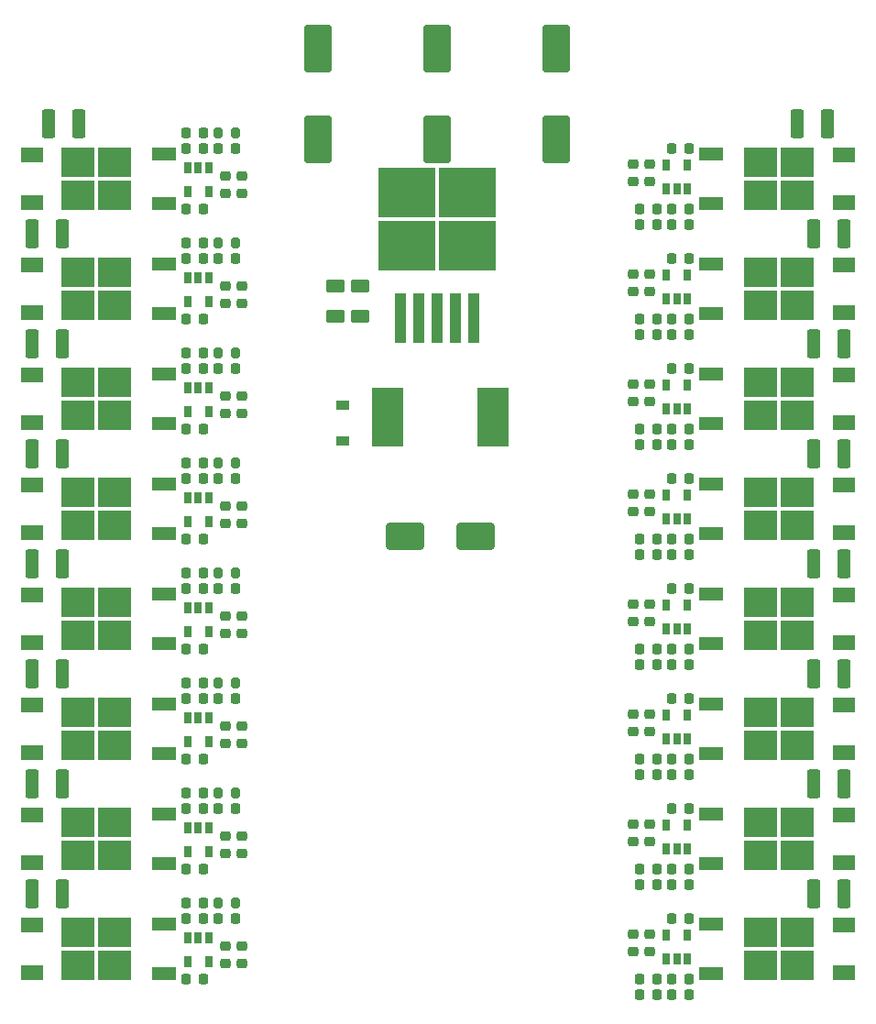
<source format=gbr>
G04 #@! TF.GenerationSoftware,KiCad,Pcbnew,7.0.1*
G04 #@! TF.CreationDate,2023-06-29T16:02:41+02:00*
G04 #@! TF.ProjectId,Magnetsteuerung_v2.1,4d61676e-6574-4737-9465-756572756e67,rev?*
G04 #@! TF.SameCoordinates,Original*
G04 #@! TF.FileFunction,Paste,Top*
G04 #@! TF.FilePolarity,Positive*
%FSLAX46Y46*%
G04 Gerber Fmt 4.6, Leading zero omitted, Abs format (unit mm)*
G04 Created by KiCad (PCBNEW 7.0.1) date 2023-06-29 16:02:41*
%MOMM*%
%LPD*%
G01*
G04 APERTURE LIST*
G04 Aperture macros list*
%AMRoundRect*
0 Rectangle with rounded corners*
0 $1 Rounding radius*
0 $2 $3 $4 $5 $6 $7 $8 $9 X,Y pos of 4 corners*
0 Add a 4 corners polygon primitive as box body*
4,1,4,$2,$3,$4,$5,$6,$7,$8,$9,$2,$3,0*
0 Add four circle primitives for the rounded corners*
1,1,$1+$1,$2,$3*
1,1,$1+$1,$4,$5*
1,1,$1+$1,$6,$7*
1,1,$1+$1,$8,$9*
0 Add four rect primitives between the rounded corners*
20,1,$1+$1,$2,$3,$4,$5,0*
20,1,$1+$1,$4,$5,$6,$7,0*
20,1,$1+$1,$6,$7,$8,$9,0*
20,1,$1+$1,$8,$9,$2,$3,0*%
G04 Aperture macros list end*
%ADD10RoundRect,0.250000X1.500000X1.000000X-1.500000X1.000000X-1.500000X-1.000000X1.500000X-1.000000X0*%
%ADD11RoundRect,0.218750X-0.218750X-0.256250X0.218750X-0.256250X0.218750X0.256250X-0.218750X0.256250X0*%
%ADD12R,3.050000X2.750000*%
%ADD13R,2.200000X1.200000*%
%ADD14RoundRect,0.218750X0.218750X0.256250X-0.218750X0.256250X-0.218750X-0.256250X0.218750X-0.256250X0*%
%ADD15R,2.100000X1.400000*%
%ADD16RoundRect,0.250000X-1.000000X1.950000X-1.000000X-1.950000X1.000000X-1.950000X1.000000X1.950000X0*%
%ADD17R,1.200000X0.900000*%
%ADD18RoundRect,0.250000X0.625000X-0.375000X0.625000X0.375000X-0.625000X0.375000X-0.625000X-0.375000X0*%
%ADD19R,2.900000X5.400000*%
%ADD20R,5.250000X4.550000*%
%ADD21R,1.100000X4.600000*%
%ADD22R,0.650000X1.060000*%
%ADD23RoundRect,0.218750X0.256250X-0.218750X0.256250X0.218750X-0.256250X0.218750X-0.256250X-0.218750X0*%
%ADD24RoundRect,0.218750X-0.256250X0.218750X-0.256250X-0.218750X0.256250X-0.218750X0.256250X0.218750X0*%
%ADD25RoundRect,0.200000X-0.200000X-0.275000X0.200000X-0.275000X0.200000X0.275000X-0.200000X0.275000X0*%
%ADD26RoundRect,0.250000X-0.375000X-1.075000X0.375000X-1.075000X0.375000X1.075000X-0.375000X1.075000X0*%
%ADD27RoundRect,0.250000X0.375000X1.075000X-0.375000X1.075000X-0.375000X-1.075000X0.375000X-1.075000X0*%
G04 APERTURE END LIST*
D10*
X138450000Y-78500000D03*
X131950000Y-78500000D03*
D11*
X111742500Y-81850000D03*
X113317500Y-81850000D03*
X111742500Y-51370000D03*
X113317500Y-51370000D03*
X111742500Y-71690000D03*
X113317500Y-71690000D03*
X111742500Y-41210000D03*
X113317500Y-41210000D03*
X111742500Y-92010000D03*
X113317500Y-92010000D03*
X111742500Y-61530000D03*
X113317500Y-61530000D03*
D12*
X105075000Y-87605000D03*
X105075000Y-84555000D03*
X101725000Y-87605000D03*
X101725000Y-84555000D03*
D13*
X109700000Y-88360000D03*
X109700000Y-83800000D03*
D12*
X105075000Y-57125000D03*
X105075000Y-54075000D03*
X101725000Y-57125000D03*
X101725000Y-54075000D03*
D13*
X109700000Y-57880000D03*
X109700000Y-53320000D03*
D12*
X105075000Y-107925000D03*
X105075000Y-104875000D03*
X101725000Y-107925000D03*
X101725000Y-104875000D03*
D13*
X109700000Y-108680000D03*
X109700000Y-104120000D03*
D12*
X105075000Y-77445000D03*
X105075000Y-74395000D03*
X101725000Y-77445000D03*
X101725000Y-74395000D03*
D13*
X109700000Y-78200000D03*
X109700000Y-73640000D03*
D12*
X105075000Y-46965000D03*
X105075000Y-43915000D03*
X101725000Y-46965000D03*
X101725000Y-43915000D03*
D13*
X109700000Y-47720000D03*
X109700000Y-43160000D03*
D12*
X105075000Y-97765000D03*
X105075000Y-94715000D03*
X101725000Y-97765000D03*
X101725000Y-94715000D03*
D13*
X109700000Y-98520000D03*
X109700000Y-93960000D03*
D12*
X105075000Y-67285000D03*
X105075000Y-64235000D03*
X101725000Y-67285000D03*
X101725000Y-64235000D03*
D13*
X109700000Y-68040000D03*
X109700000Y-63480000D03*
D11*
X114702500Y-83310000D03*
X116277500Y-83310000D03*
X111742500Y-83310000D03*
X113317500Y-83310000D03*
X114702500Y-52830000D03*
X116277500Y-52830000D03*
X111742500Y-52830000D03*
X113317500Y-52830000D03*
D14*
X113317500Y-88850000D03*
X111742500Y-88850000D03*
X113317500Y-58370000D03*
X111742500Y-58370000D03*
D11*
X114702500Y-103630000D03*
X116277500Y-103630000D03*
X111742500Y-103630000D03*
X113317500Y-103630000D03*
X114702500Y-73150000D03*
X116277500Y-73150000D03*
X111742500Y-73150000D03*
X113317500Y-73150000D03*
X114702500Y-42670000D03*
X116277500Y-42670000D03*
X111742500Y-42670000D03*
X113317500Y-42670000D03*
D14*
X113317500Y-109170000D03*
X111742500Y-109170000D03*
X113317500Y-78690000D03*
X111742500Y-78690000D03*
D11*
X114702500Y-93470000D03*
X116277500Y-93470000D03*
X111742500Y-93470000D03*
X113317500Y-93470000D03*
X114702500Y-62990000D03*
X116277500Y-62990000D03*
X111742500Y-62990000D03*
X113317500Y-62990000D03*
D14*
X113317500Y-99010000D03*
X111742500Y-99010000D03*
X113317500Y-68530000D03*
X111742500Y-68530000D03*
D15*
X97500000Y-104200000D03*
X97500000Y-108600000D03*
D16*
X134900000Y-33400000D03*
X134900000Y-41800000D03*
D17*
X126200000Y-66350000D03*
X126200000Y-69650000D03*
D18*
X127830000Y-58160000D03*
X127830000Y-55360000D03*
D19*
X130350000Y-67500000D03*
X140050000Y-67500000D03*
D15*
X97500000Y-83880000D03*
X97500000Y-88280000D03*
X97500000Y-53400000D03*
X97500000Y-57800000D03*
X97500000Y-73720000D03*
X97500000Y-78120000D03*
X97500000Y-94040000D03*
X97500000Y-98440000D03*
X97500000Y-63560000D03*
X97500000Y-67960000D03*
X172500000Y-43240000D03*
X172500000Y-47640000D03*
D14*
X158157500Y-120790000D03*
X156582500Y-120790000D03*
D12*
X164825000Y-115035000D03*
X164825000Y-118085000D03*
X168175000Y-115035000D03*
X168175000Y-118085000D03*
D13*
X160200000Y-114280000D03*
X160200000Y-118840000D03*
D14*
X155197500Y-119330000D03*
X153622500Y-119330000D03*
X158157500Y-119330000D03*
X156582500Y-119330000D03*
D11*
X156582500Y-113790000D03*
X158157500Y-113790000D03*
D15*
X172500000Y-73720000D03*
X172500000Y-78120000D03*
X172500000Y-104200000D03*
X172500000Y-108600000D03*
X172500000Y-83880000D03*
X172500000Y-88280000D03*
X172500000Y-114360000D03*
X172500000Y-118760000D03*
X172500000Y-94040000D03*
X172500000Y-98440000D03*
X172500000Y-53400000D03*
X172500000Y-57800000D03*
X172500000Y-63560000D03*
X172500000Y-67960000D03*
D20*
X132125000Y-51593400D03*
X137675000Y-51593400D03*
X132125000Y-46743400D03*
X137675000Y-46743400D03*
D21*
X131500000Y-58318400D03*
X133200000Y-58318400D03*
X134900000Y-58318400D03*
X136600000Y-58318400D03*
X138300000Y-58318400D03*
D22*
X113800000Y-115600000D03*
X112850000Y-115600000D03*
X111900000Y-115600000D03*
X111900000Y-117800000D03*
X113800000Y-117800000D03*
X113800000Y-85120000D03*
X112850000Y-85120000D03*
X111900000Y-85120000D03*
X111900000Y-87320000D03*
X113800000Y-87320000D03*
X113800000Y-54640000D03*
X112850000Y-54640000D03*
X111900000Y-54640000D03*
X111900000Y-56840000D03*
X113800000Y-56840000D03*
X113800000Y-74960000D03*
X112850000Y-74960000D03*
X111900000Y-74960000D03*
X111900000Y-77160000D03*
X113800000Y-77160000D03*
X113800000Y-105440000D03*
X112850000Y-105440000D03*
X111900000Y-105440000D03*
X111900000Y-107640000D03*
X113800000Y-107640000D03*
X113800000Y-44480000D03*
X112850000Y-44480000D03*
X111900000Y-44480000D03*
X111900000Y-46680000D03*
X113800000Y-46680000D03*
X113800000Y-95280000D03*
X112850000Y-95280000D03*
X111900000Y-95280000D03*
X111900000Y-97480000D03*
X113800000Y-97480000D03*
X156100000Y-117520000D03*
X157050000Y-117520000D03*
X158000000Y-117520000D03*
X158000000Y-115320000D03*
X156100000Y-115320000D03*
X113800000Y-64800000D03*
X112850000Y-64800000D03*
X111900000Y-64800000D03*
X111900000Y-67000000D03*
X113800000Y-67000000D03*
D23*
X116840000Y-117907500D03*
X116840000Y-116332500D03*
X115380000Y-117907500D03*
X115380000Y-116332500D03*
X116840000Y-87427500D03*
X116840000Y-85852500D03*
X115380000Y-87427500D03*
X115380000Y-85852500D03*
X116840000Y-56947500D03*
X116840000Y-55372500D03*
X115380000Y-56947500D03*
X115380000Y-55372500D03*
X116840000Y-107747500D03*
X116840000Y-106172500D03*
X115380000Y-107747500D03*
X115380000Y-106172500D03*
X116840000Y-77267500D03*
X116840000Y-75692500D03*
X115380000Y-77267500D03*
X115380000Y-75692500D03*
X116840000Y-46787500D03*
X116840000Y-45212500D03*
X115380000Y-46787500D03*
X115380000Y-45212500D03*
X116840000Y-97587500D03*
X116840000Y-96012500D03*
X115380000Y-97587500D03*
X115380000Y-96012500D03*
X116840000Y-67107500D03*
X116840000Y-65532500D03*
X115380000Y-67107500D03*
X115380000Y-65532500D03*
D24*
X153060000Y-115212500D03*
X153060000Y-116787500D03*
X154520000Y-115212500D03*
X154520000Y-116787500D03*
D25*
X114665000Y-81850000D03*
X116315000Y-81850000D03*
X114665000Y-51370000D03*
X116315000Y-51370000D03*
X114665000Y-71690000D03*
X116315000Y-71690000D03*
X114665000Y-41210000D03*
X116315000Y-41210000D03*
X114665000Y-92010000D03*
X116315000Y-92010000D03*
X114665000Y-61530000D03*
X116315000Y-61530000D03*
D14*
X155197500Y-120790000D03*
X153622500Y-120790000D03*
D15*
X97500000Y-43240000D03*
X97500000Y-47640000D03*
D12*
X105075000Y-118085000D03*
X105075000Y-115035000D03*
X101725000Y-118085000D03*
X101725000Y-115035000D03*
D13*
X109700000Y-118840000D03*
X109700000Y-114280000D03*
D11*
X114702500Y-113790000D03*
X116277500Y-113790000D03*
X111742500Y-113790000D03*
X113317500Y-113790000D03*
D15*
X97500000Y-114360000D03*
X97500000Y-118760000D03*
D14*
X113317500Y-119330000D03*
X111742500Y-119330000D03*
D11*
X111742500Y-102170000D03*
X113317500Y-102170000D03*
D25*
X114665000Y-102170000D03*
X116315000Y-102170000D03*
D14*
X113317500Y-48210000D03*
X111742500Y-48210000D03*
D26*
X168200000Y-40360000D03*
X171000000Y-40360000D03*
X169700000Y-70840000D03*
X172500000Y-70840000D03*
X169700000Y-101320000D03*
X172500000Y-101320000D03*
X169700000Y-50520000D03*
X172500000Y-50520000D03*
X169700000Y-81000000D03*
X172500000Y-81000000D03*
X169700000Y-111480000D03*
X172500000Y-111480000D03*
X169700000Y-60680000D03*
X172500000Y-60680000D03*
X169700000Y-91160000D03*
X172500000Y-91160000D03*
D27*
X100300000Y-111480000D03*
X97500000Y-111480000D03*
X100300000Y-81000000D03*
X97500000Y-81000000D03*
X100300000Y-50520000D03*
X97500000Y-50520000D03*
X100300000Y-101320000D03*
X97500000Y-101320000D03*
X100300000Y-70840000D03*
X97500000Y-70840000D03*
X101800000Y-40360000D03*
X99000000Y-40360000D03*
X100300000Y-91160000D03*
X97500000Y-91160000D03*
X100300000Y-60680000D03*
X97500000Y-60680000D03*
D11*
X111742500Y-112330000D03*
X113317500Y-112330000D03*
D12*
X164825000Y-74395000D03*
X164825000Y-77445000D03*
X168175000Y-74395000D03*
X168175000Y-77445000D03*
D13*
X160200000Y-73640000D03*
X160200000Y-78200000D03*
D12*
X164825000Y-54075000D03*
X164825000Y-57125000D03*
X168175000Y-54075000D03*
X168175000Y-57125000D03*
D13*
X160200000Y-53320000D03*
X160200000Y-57880000D03*
D14*
X155197500Y-48210000D03*
X153622500Y-48210000D03*
D12*
X164825000Y-104875000D03*
X164825000Y-107925000D03*
X168175000Y-104875000D03*
X168175000Y-107925000D03*
D13*
X160200000Y-104120000D03*
X160200000Y-108680000D03*
D14*
X158157500Y-48210000D03*
X156582500Y-48210000D03*
X158157500Y-78690000D03*
X156582500Y-78690000D03*
X158157500Y-100470000D03*
X156582500Y-100470000D03*
D12*
X164825000Y-94715000D03*
X164825000Y-97765000D03*
X168175000Y-94715000D03*
X168175000Y-97765000D03*
D13*
X160200000Y-93960000D03*
X160200000Y-98520000D03*
D14*
X155197500Y-78690000D03*
X153622500Y-78690000D03*
D12*
X164825000Y-84555000D03*
X164825000Y-87605000D03*
X168175000Y-84555000D03*
X168175000Y-87605000D03*
D13*
X160200000Y-83800000D03*
X160200000Y-88360000D03*
D14*
X158157500Y-90310000D03*
X156582500Y-90310000D03*
X158157500Y-69990000D03*
X156582500Y-69990000D03*
D12*
X164825000Y-64235000D03*
X164825000Y-67285000D03*
X168175000Y-64235000D03*
X168175000Y-67285000D03*
D13*
X160200000Y-63480000D03*
X160200000Y-68040000D03*
D11*
X156582500Y-42670000D03*
X158157500Y-42670000D03*
D14*
X158157500Y-109170000D03*
X156582500Y-109170000D03*
X155197500Y-109170000D03*
X153622500Y-109170000D03*
D11*
X156582500Y-73150000D03*
X158157500Y-73150000D03*
X156582500Y-103630000D03*
X158157500Y-103630000D03*
D14*
X158157500Y-88850000D03*
X156582500Y-88850000D03*
X155197500Y-58370000D03*
X153622500Y-58370000D03*
X158157500Y-58370000D03*
X156582500Y-58370000D03*
X155197500Y-99010000D03*
X153622500Y-99010000D03*
X155197500Y-88850000D03*
X153622500Y-88850000D03*
D11*
X156582500Y-83310000D03*
X158157500Y-83310000D03*
X156582500Y-62990000D03*
X158157500Y-62990000D03*
X156582500Y-52830000D03*
X158157500Y-52830000D03*
X156582500Y-93470000D03*
X158157500Y-93470000D03*
D14*
X155197500Y-68530000D03*
X153622500Y-68530000D03*
X158157500Y-68530000D03*
X156582500Y-68530000D03*
X158157500Y-99010000D03*
X156582500Y-99010000D03*
D22*
X156100000Y-46400000D03*
X157050000Y-46400000D03*
X158000000Y-46400000D03*
X158000000Y-44200000D03*
X156100000Y-44200000D03*
X156100000Y-56560000D03*
X157050000Y-56560000D03*
X158000000Y-56560000D03*
X158000000Y-54360000D03*
X156100000Y-54360000D03*
X156100000Y-87040000D03*
X157050000Y-87040000D03*
X158000000Y-87040000D03*
X158000000Y-84840000D03*
X156100000Y-84840000D03*
X156100000Y-66720000D03*
X157050000Y-66720000D03*
X158000000Y-66720000D03*
X158000000Y-64520000D03*
X156100000Y-64520000D03*
X156100000Y-97200000D03*
X157050000Y-97200000D03*
X158000000Y-97200000D03*
X158000000Y-95000000D03*
X156100000Y-95000000D03*
X156100000Y-76880000D03*
X157050000Y-76880000D03*
X158000000Y-76880000D03*
X158000000Y-74680000D03*
X156100000Y-74680000D03*
D12*
X164825000Y-43915000D03*
X164825000Y-46965000D03*
X168175000Y-43915000D03*
X168175000Y-46965000D03*
D13*
X160200000Y-43160000D03*
X160200000Y-47720000D03*
D22*
X156100000Y-107360000D03*
X157050000Y-107360000D03*
X158000000Y-107360000D03*
X158000000Y-105160000D03*
X156100000Y-105160000D03*
D24*
X154520000Y-74572500D03*
X154520000Y-76147500D03*
X154520000Y-44092500D03*
X154520000Y-45667500D03*
X153060000Y-44092500D03*
X153060000Y-45667500D03*
X153060000Y-74572500D03*
X153060000Y-76147500D03*
X153060000Y-94892500D03*
X153060000Y-96467500D03*
X153060000Y-105052500D03*
X153060000Y-106627500D03*
X154520000Y-105052500D03*
X154520000Y-106627500D03*
X154520000Y-54252500D03*
X154520000Y-55827500D03*
X153060000Y-54252500D03*
X153060000Y-55827500D03*
X154520000Y-94892500D03*
X154520000Y-96467500D03*
X153060000Y-84732500D03*
X153060000Y-86307500D03*
X154520000Y-64412500D03*
X154520000Y-65987500D03*
X154520000Y-84732500D03*
X154520000Y-86307500D03*
X153060000Y-64412500D03*
X153060000Y-65987500D03*
D14*
X155197500Y-49670000D03*
X153622500Y-49670000D03*
X155197500Y-80150000D03*
X153622500Y-80150000D03*
X155197500Y-110630000D03*
X153622500Y-110630000D03*
X155197500Y-59830000D03*
X153622500Y-59830000D03*
X155197500Y-90310000D03*
X153622500Y-90310000D03*
X155197500Y-100470000D03*
X153622500Y-100470000D03*
X155197500Y-69990000D03*
X153622500Y-69990000D03*
X158157500Y-80150000D03*
X156582500Y-80150000D03*
X158157500Y-59830000D03*
X156582500Y-59830000D03*
X158157500Y-110630000D03*
X156582500Y-110630000D03*
X158157500Y-49670000D03*
X156582500Y-49670000D03*
D25*
X114665000Y-112330000D03*
X116315000Y-112330000D03*
D16*
X145900000Y-33400000D03*
X145900000Y-41800000D03*
X123900000Y-33400000D03*
X123900000Y-41800000D03*
D18*
X125510000Y-58160000D03*
X125510000Y-55360000D03*
M02*

</source>
